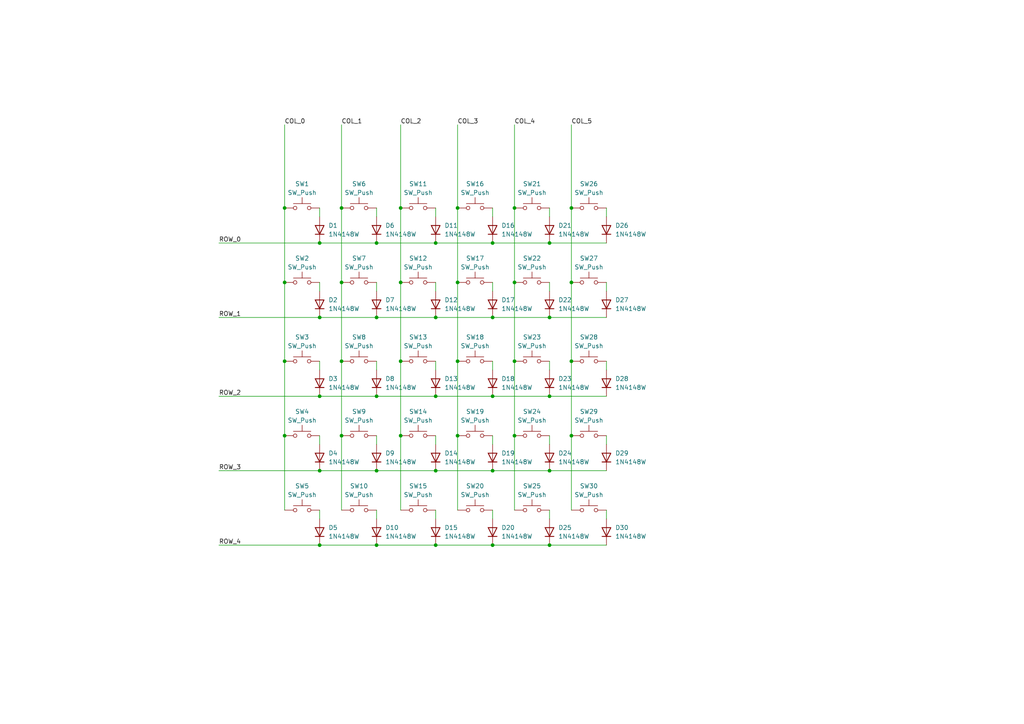
<source format=kicad_sch>
(kicad_sch (version 20211123) (generator eeschema)
  (paper "A4")
  (lib_symbols
    (symbol "Diode:1N4148W" (pin_numbers hide) (pin_names (offset 1.016) hide)
      (property "Reference" "D" (at 0 2.54 0))
      (property "Value" "1N4148W" (at 0 -2.54 0))
      (symbol "1N4148W_0_1"
        (polyline (pts (xy -1.27 1.27) (xy -1.27 -1.27)) (stroke (width 0.254)))
        (polyline (pts (xy 1.27 0) (xy -1.27 0)))
        (polyline (pts (xy 1.27 1.27) (xy 1.27 -1.27) (xy -1.27 0) (xy 1.27 1.27)) (stroke (width 0.254)))
      )
      (symbol "1N4148W_1_1"
        (pin passive line (at -3.81 0 0) (length 2.54) (name "K") (number "1"))
        (pin passive line (at 3.81 0 180) (length 2.54) (name "A") (number "2"))
      )
    )
    (symbol "Switch:SW_Push" (pin_numbers hide) (pin_names (offset 1.016) hide)
      (property "Reference" "SW" (at 1.27 2.54 0))
      (property "Value" "SW_Push" (at 0 -1.524 0))
      (symbol "SW_Push_0_1"
        (circle (center -2.032 0) (radius 0.508))
        (polyline (pts (xy 0 1.27) (xy 0 3.048)))
        (polyline (pts (xy 2.54 1.27) (xy -2.54 1.27)))
        (circle (center 2.032 0) (radius 0.508))
        (pin passive line (at -5.08 0 0) (length 2.54) (name "1") (number "1"))
        (pin passive line (at 5.08 0 180) (length 2.54) (name "2") (number "2"))
      )
    )
  )
  (junction (at 82.55 104.775))
  (junction (at 116.205 81.915))
  (junction (at 82.55 81.915))
  (junction (at 149.225 126.365))
  (junction (at 159.385 114.935))
  (junction (at 159.385 158.115))
  (junction (at 92.71 92.075))
  (junction (at 92.71 158.115))
  (junction (at 159.385 136.525))
  (junction (at 126.365 114.935))
  (junction (at 142.875 114.935))
  (junction (at 142.875 70.485))
  (junction (at 92.71 70.485))
  (junction (at 116.205 126.365))
  (junction (at 109.22 136.525))
  (junction (at 159.385 70.485))
  (junction (at 99.06 126.365))
  (junction (at 116.205 104.775))
  (junction (at 99.06 81.915))
  (junction (at 149.225 81.915))
  (junction (at 142.875 92.075))
  (junction (at 116.205 60.325))
  (junction (at 82.55 126.365))
  (junction (at 82.55 60.325))
  (junction (at 142.875 158.115))
  (junction (at 109.22 158.115))
  (junction (at 109.22 92.075))
  (junction (at 132.715 104.775))
  (junction (at 109.22 70.485))
  (junction (at 165.735 60.325))
  (junction (at 126.365 136.525))
  (junction (at 126.365 158.115))
  (junction (at 142.875 136.525))
  (junction (at 165.735 81.915))
  (junction (at 149.225 104.775))
  (junction (at 132.715 81.915))
  (junction (at 99.06 60.325))
  (junction (at 165.735 126.365))
  (junction (at 159.385 92.075))
  (junction (at 109.22 114.935))
  (junction (at 149.225 60.325))
  (junction (at 126.365 92.075))
  (junction (at 165.735 104.775))
  (junction (at 126.365 70.485))
  (junction (at 92.71 136.525))
  (junction (at 132.715 126.365))
  (junction (at 99.06 104.775))
  (junction (at 92.71 114.935))
  (junction (at 132.715 60.325))
  (wire (pts (xy 142.875 147.955) (xy 142.875 150.495)))
  (wire (pts (xy 82.55 60.325) (xy 82.55 81.915)))
  (wire (pts (xy 132.715 36.195) (xy 132.715 60.325)))
  (wire (pts (xy 109.22 158.115) (xy 126.365 158.115)))
  (wire (pts (xy 109.22 104.775) (xy 109.22 107.315)))
  (wire (pts (xy 126.365 92.075) (xy 142.875 92.075)))
  (wire (pts (xy 132.715 126.365) (xy 132.715 147.955)))
  (wire (pts (xy 126.365 81.915) (xy 126.365 84.455)))
  (wire (pts (xy 109.22 126.365) (xy 109.22 128.905)))
  (wire (pts (xy 109.22 136.525) (xy 126.365 136.525)))
  (wire (pts (xy 92.71 136.525) (xy 109.22 136.525)))
  (wire (pts (xy 116.205 104.775) (xy 116.205 126.365)))
  (wire (pts (xy 99.06 60.325) (xy 99.06 81.915)))
  (wire (pts (xy 109.22 114.935) (xy 126.365 114.935)))
  (wire (pts (xy 159.385 114.935) (xy 175.895 114.935)))
  (wire (pts (xy 92.71 114.935) (xy 109.22 114.935)))
  (wire (pts (xy 165.735 36.195) (xy 165.735 60.325)))
  (wire (pts (xy 116.205 126.365) (xy 116.205 147.955)))
  (wire (pts (xy 142.875 70.485) (xy 159.385 70.485)))
  (wire (pts (xy 175.895 126.365) (xy 175.895 128.905)))
  (wire (pts (xy 109.22 92.075) (xy 126.365 92.075)))
  (wire (pts (xy 63.5 158.115) (xy 92.71 158.115)))
  (wire (pts (xy 116.205 36.195) (xy 116.205 60.325)))
  (wire (pts (xy 159.385 147.955) (xy 159.385 150.495)))
  (wire (pts (xy 165.735 104.775) (xy 165.735 126.365)))
  (wire (pts (xy 63.5 114.935) (xy 92.71 114.935)))
  (wire (pts (xy 92.71 158.115) (xy 109.22 158.115)))
  (wire (pts (xy 132.715 104.775) (xy 132.715 126.365)))
  (wire (pts (xy 126.365 114.935) (xy 142.875 114.935)))
  (wire (pts (xy 109.22 81.915) (xy 109.22 84.455)))
  (wire (pts (xy 126.365 147.955) (xy 126.365 150.495)))
  (wire (pts (xy 92.71 126.365) (xy 92.71 128.905)))
  (wire (pts (xy 165.735 126.365) (xy 165.735 147.955)))
  (wire (pts (xy 175.895 60.325) (xy 175.895 62.865)))
  (wire (pts (xy 92.71 60.325) (xy 92.71 62.865)))
  (wire (pts (xy 92.71 147.955) (xy 92.71 150.495)))
  (wire (pts (xy 165.735 81.915) (xy 165.735 104.775)))
  (wire (pts (xy 92.71 104.775) (xy 92.71 107.315)))
  (wire (pts (xy 82.55 36.195) (xy 82.55 60.325)))
  (wire (pts (xy 126.365 126.365) (xy 126.365 128.905)))
  (wire (pts (xy 149.225 36.195) (xy 149.225 60.325)))
  (wire (pts (xy 116.205 81.915) (xy 116.205 104.775)))
  (wire (pts (xy 142.875 81.915) (xy 142.875 84.455)))
  (wire (pts (xy 82.55 104.775) (xy 82.55 126.365)))
  (wire (pts (xy 165.735 60.325) (xy 165.735 81.915)))
  (wire (pts (xy 63.5 70.485) (xy 92.71 70.485)))
  (wire (pts (xy 126.365 136.525) (xy 142.875 136.525)))
  (wire (pts (xy 126.365 70.485) (xy 142.875 70.485)))
  (wire (pts (xy 159.385 81.915) (xy 159.385 84.455)))
  (wire (pts (xy 92.71 92.075) (xy 109.22 92.075)))
  (wire (pts (xy 175.895 147.955) (xy 175.895 150.495)))
  (wire (pts (xy 142.875 104.775) (xy 142.875 107.315)))
  (wire (pts (xy 175.895 81.915) (xy 175.895 84.455)))
  (wire (pts (xy 142.875 60.325) (xy 142.875 62.865)))
  (wire (pts (xy 109.22 70.485) (xy 126.365 70.485)))
  (wire (pts (xy 142.875 92.075) (xy 159.385 92.075)))
  (wire (pts (xy 82.55 126.365) (xy 82.55 147.955)))
  (wire (pts (xy 159.385 92.075) (xy 175.895 92.075)))
  (wire (pts (xy 149.225 126.365) (xy 149.225 147.955)))
  (wire (pts (xy 99.06 126.365) (xy 99.06 147.955)))
  (wire (pts (xy 159.385 60.325) (xy 159.385 62.865)))
  (wire (pts (xy 99.06 36.195) (xy 99.06 60.325)))
  (wire (pts (xy 99.06 104.775) (xy 99.06 126.365)))
  (wire (pts (xy 109.22 60.325) (xy 109.22 62.865)))
  (wire (pts (xy 99.06 81.915) (xy 99.06 104.775)))
  (wire (pts (xy 149.225 81.915) (xy 149.225 104.775)))
  (wire (pts (xy 126.365 60.325) (xy 126.365 62.865)))
  (wire (pts (xy 159.385 104.775) (xy 159.385 107.315)))
  (wire (pts (xy 109.22 147.955) (xy 109.22 150.495)))
  (wire (pts (xy 142.875 126.365) (xy 142.875 128.905)))
  (wire (pts (xy 142.875 158.115) (xy 159.385 158.115)))
  (wire (pts (xy 63.5 136.525) (xy 92.71 136.525)))
  (wire (pts (xy 159.385 136.525) (xy 175.895 136.525)))
  (wire (pts (xy 92.71 70.485) (xy 109.22 70.485)))
  (wire (pts (xy 159.385 126.365) (xy 159.385 128.905)))
  (wire (pts (xy 126.365 158.115) (xy 142.875 158.115)))
  (wire (pts (xy 175.895 104.775) (xy 175.895 107.315)))
  (wire (pts (xy 82.55 81.915) (xy 82.55 104.775)))
  (wire (pts (xy 149.225 60.325) (xy 149.225 81.915)))
  (wire (pts (xy 159.385 70.485) (xy 175.895 70.485)))
  (wire (pts (xy 142.875 136.525) (xy 159.385 136.525)))
  (wire (pts (xy 149.225 104.775) (xy 149.225 126.365)))
  (wire (pts (xy 126.365 104.775) (xy 126.365 107.315)))
  (wire (pts (xy 142.875 114.935) (xy 159.385 114.935)))
  (wire (pts (xy 92.71 81.915) (xy 92.71 84.455)))
  (wire (pts (xy 159.385 158.115) (xy 175.895 158.115)))
  (wire (pts (xy 132.715 60.325) (xy 132.715 81.915)))
  (wire (pts (xy 63.5 92.075) (xy 92.71 92.075)))
  (wire (pts (xy 132.715 81.915) (xy 132.715 104.775)))
  (wire (pts (xy 116.205 60.325) (xy 116.205 81.915)))
  (label "ROW_3" (at 63.5 136.525 0))
  (label "COL_2" (at 116.205 36.195 0))
  (label "COL_4" (at 149.225 36.195 0))
  (label "ROW_4" (at 63.5 158.115 0))
  (label "COL_1" (at 99.06 36.195 0))
  (label "ROW_2" (at 63.5 114.935 0))
  (label "COL_5" (at 165.735 36.195 0))
  (label "COL_0" (at 82.55 36.195 0))
  (label "ROW_1" (at 63.5 92.075 0))
  (label "ROW_0" (at 63.5 70.485 0))
  (label "COL_3" (at 132.715 36.195 0))
  (symbol (lib_id "Diode:1N4148W") (at 126.365 154.305 90) (unit 1)
    (property "Reference" "D15" (at 128.905 153.0349 90) (effects (justify right)))
    (property "Value" "1N4148W" (at 128.905 155.5749 90) (effects (justify right)))
    (property "Footprint" "Diode_SMD:D_SOD-123" (effects hide))
    (property "Datasheet" "https://www.vishay.com/docs/85748/1n4148w.pdf" (effects hide))
  )
  (symbol (lib_id "Diode:1N4148W") (at 92.71 132.715 90) (unit 1)
    (property "Reference" "D4" (at 95.25 131.4449 90) (effects (justify right)))
    (property "Value" "1N4148W" (at 95.25 133.9849 90) (effects (justify right)))
    (property "Footprint" "Diode_SMD:D_SOD-123" (effects hide))
    (property "Datasheet" "https://www.vishay.com/docs/85748/1n4148w.pdf" (effects hide))
  )
  (symbol (lib_id "Switch:SW_Push") (at 121.285 60.325 0) (unit 1)
    (property "Reference" "SW11" (at 121.285 53.34 0))
    (property "Value" "SW_Push" (at 121.285 55.88 0))
  )
  (symbol (lib_id "Switch:SW_Push") (at 87.63 60.325 0) (unit 1)
    (property "Reference" "SW1" (at 87.63 53.34 0))
    (property "Value" "SW_Push" (at 87.63 55.88 0))
  )
  (symbol (lib_id "Switch:SW_Push") (at 170.815 126.365 0) (unit 1)
    (property "Reference" "SW29" (at 170.815 119.38 0))
    (property "Value" "SW_Push" (at 170.815 121.92 0))
  )
  (symbol (lib_id "Diode:1N4148W") (at 159.385 66.675 90) (unit 1)
    (property "Reference" "D21" (at 161.925 65.4049 90) (effects (justify right)))
    (property "Value" "1N4148W" (at 161.925 67.9449 90) (effects (justify right)))
    (property "Footprint" "Diode_SMD:D_SOD-123" (effects hide))
    (property "Datasheet" "https://www.vishay.com/docs/85748/1n4148w.pdf" (effects hide))
  )
  (symbol (lib_id "Switch:SW_Push") (at 170.815 147.955 0) (unit 1)
    (property "Reference" "SW30" (at 170.815 140.97 0))
    (property "Value" "SW_Push" (at 170.815 143.51 0))
  )
  (symbol (lib_id "Diode:1N4148W") (at 175.895 111.125 90) (unit 1)
    (property "Reference" "D28" (at 178.435 109.8549 90) (effects (justify right)))
    (property "Value" "1N4148W" (at 178.435 112.3949 90) (effects (justify right)))
    (property "Footprint" "Diode_SMD:D_SOD-123" (effects hide))
    (property "Datasheet" "https://www.vishay.com/docs/85748/1n4148w.pdf" (effects hide))
  )
  (symbol (lib_id "Switch:SW_Push") (at 87.63 81.915 0) (unit 1)
    (property "Reference" "SW2" (at 87.63 74.93 0))
    (property "Value" "SW_Push" (at 87.63 77.47 0))
  )
  (symbol (lib_id "Switch:SW_Push") (at 87.63 104.775 0) (unit 1)
    (property "Reference" "SW3" (at 87.63 97.79 0))
    (property "Value" "SW_Push" (at 87.63 100.33 0))
  )
  (symbol (lib_id "Switch:SW_Push") (at 137.795 147.955 0) (unit 1)
    (property "Reference" "SW20" (at 137.795 140.97 0))
    (property "Value" "SW_Push" (at 137.795 143.51 0))
  )
  (symbol (lib_id "Diode:1N4148W") (at 109.22 132.715 90) (unit 1)
    (property "Reference" "D9" (at 111.76 131.4449 90) (effects (justify right)))
    (property "Value" "1N4148W" (at 111.76 133.9849 90) (effects (justify right)))
    (property "Footprint" "Diode_SMD:D_SOD-123" (effects hide))
    (property "Datasheet" "https://www.vishay.com/docs/85748/1n4148w.pdf" (effects hide))
  )
  (symbol (lib_id "Diode:1N4148W") (at 159.385 88.265 90) (unit 1)
    (property "Reference" "D22" (at 161.925 86.9949 90) (effects (justify right)))
    (property "Value" "1N4148W" (at 161.925 89.5349 90) (effects (justify right)))
    (property "Footprint" "Diode_SMD:D_SOD-123" (effects hide))
    (property "Datasheet" "https://www.vishay.com/docs/85748/1n4148w.pdf" (effects hide))
  )
  (symbol (lib_id "Switch:SW_Push") (at 121.285 104.775 0) (unit 1)
    (property "Reference" "SW13" (at 121.285 97.79 0))
    (property "Value" "SW_Push" (at 121.285 100.33 0))
  )
  (symbol (lib_id "Diode:1N4148W") (at 92.71 111.125 90) (unit 1)
    (property "Reference" "D3" (at 95.25 109.8549 90) (effects (justify right)))
    (property "Value" "1N4148W" (at 95.25 112.3949 90) (effects (justify right)))
    (property "Footprint" "Diode_SMD:D_SOD-123" (effects hide))
    (property "Datasheet" "https://www.vishay.com/docs/85748/1n4148w.pdf" (effects hide))
  )
  (symbol (lib_id "Diode:1N4148W") (at 175.895 88.265 90) (unit 1)
    (property "Reference" "D27" (at 178.435 86.9949 90) (effects (justify right)))
    (property "Value" "1N4148W" (at 178.435 89.5349 90) (effects (justify right)))
    (property "Footprint" "Diode_SMD:D_SOD-123" (effects hide))
    (property "Datasheet" "https://www.vishay.com/docs/85748/1n4148w.pdf" (effects hide))
  )
  (symbol (lib_id "Diode:1N4148W") (at 142.875 111.125 90) (unit 1)
    (property "Reference" "D18" (at 145.415 109.8549 90) (effects (justify right)))
    (property "Value" "1N4148W" (at 145.415 112.3949 90) (effects (justify right)))
    (property "Footprint" "Diode_SMD:D_SOD-123" (effects hide))
    (property "Datasheet" "https://www.vishay.com/docs/85748/1n4148w.pdf" (effects hide))
  )
  (symbol (lib_id "Diode:1N4148W") (at 159.385 132.715 90) (unit 1)
    (property "Reference" "D24" (at 161.925 131.4449 90) (effects (justify right)))
    (property "Value" "1N4148W" (at 161.925 133.9849 90) (effects (justify right)))
    (property "Footprint" "Diode_SMD:D_SOD-123" (effects hide))
    (property "Datasheet" "https://www.vishay.com/docs/85748/1n4148w.pdf" (effects hide))
  )
  (symbol (lib_id "Diode:1N4148W") (at 126.365 111.125 90) (unit 1)
    (property "Reference" "D13" (at 128.905 109.8549 90) (effects (justify right)))
    (property "Value" "1N4148W" (at 128.905 112.3949 90) (effects (justify right)))
    (property "Footprint" "Diode_SMD:D_SOD-123" (effects hide))
    (property "Datasheet" "https://www.vishay.com/docs/85748/1n4148w.pdf" (effects hide))
  )
  (symbol (lib_id "Switch:SW_Push") (at 170.815 81.915 0) (unit 1)
    (property "Reference" "SW27" (at 170.815 74.93 0))
    (property "Value" "SW_Push" (at 170.815 77.47 0))
  )
  (symbol (lib_id "Diode:1N4148W") (at 126.365 88.265 90) (unit 1)
    (property "Reference" "D12" (at 128.905 86.9949 90) (effects (justify right)))
    (property "Value" "1N4148W" (at 128.905 89.5349 90) (effects (justify right)))
    (property "Footprint" "Diode_SMD:D_SOD-123" (effects hide))
    (property "Datasheet" "https://www.vishay.com/docs/85748/1n4148w.pdf" (effects hide))
  )
  (symbol (lib_id "Diode:1N4148W") (at 175.895 66.675 90) (unit 1)
    (property "Reference" "D26" (at 178.435 65.4049 90) (effects (justify right)))
    (property "Value" "1N4148W" (at 178.435 67.9449 90) (effects (justify right)))
    (property "Footprint" "Diode_SMD:D_SOD-123" (effects hide))
    (property "Datasheet" "https://www.vishay.com/docs/85748/1n4148w.pdf" (effects hide))
  )
  (symbol (lib_id "Diode:1N4148W") (at 92.71 154.305 90) (unit 1)
    (property "Reference" "D5" (at 95.25 153.0349 90) (effects (justify right)))
    (property "Value" "1N4148W" (at 95.25 155.5749 90) (effects (justify right)))
    (property "Footprint" "Diode_SMD:D_SOD-123" (effects hide))
    (property "Datasheet" "https://www.vishay.com/docs/85748/1n4148w.pdf" (effects hide))
  )
  (symbol (lib_id "Diode:1N4148W") (at 175.895 154.305 90) (unit 1)
    (property "Reference" "D30" (at 178.435 153.0349 90) (effects (justify right)))
    (property "Value" "1N4148W" (at 178.435 155.5749 90) (effects (justify right)))
    (property "Footprint" "Diode_SMD:D_SOD-123" (effects hide))
    (property "Datasheet" "https://www.vishay.com/docs/85748/1n4148w.pdf" (effects hide))
  )
  (symbol (lib_id "Diode:1N4148W") (at 159.385 154.305 90) (unit 1)
    (property "Reference" "D25" (at 161.925 153.0349 90) (effects (justify right)))
    (property "Value" "1N4148W" (at 161.925 155.5749 90) (effects (justify right)))
    (property "Footprint" "Diode_SMD:D_SOD-123" (effects hide))
    (property "Datasheet" "https://www.vishay.com/docs/85748/1n4148w.pdf" (effects hide))
  )
  (symbol (lib_id "Switch:SW_Push") (at 137.795 81.915 0) (unit 1)
    (property "Reference" "SW17" (at 137.795 74.93 0))
    (property "Value" "SW_Push" (at 137.795 77.47 0))
  )
  (symbol (lib_id "Switch:SW_Push") (at 170.815 60.325 0) (unit 1)
    (property "Reference" "SW26" (at 170.815 53.34 0))
    (property "Value" "SW_Push" (at 170.815 55.88 0))
  )
  (symbol (lib_id "Diode:1N4148W") (at 109.22 154.305 90) (unit 1)
    (property "Reference" "D10" (at 111.76 153.0349 90) (effects (justify right)))
    (property "Value" "1N4148W" (at 111.76 155.5749 90) (effects (justify right)))
    (property "Footprint" "Diode_SMD:D_SOD-123" (effects hide))
    (property "Datasheet" "https://www.vishay.com/docs/85748/1n4148w.pdf" (effects hide))
  )
  (symbol (lib_id "Switch:SW_Push") (at 104.14 60.325 0) (unit 1)
    (property "Reference" "SW6" (at 104.14 53.34 0))
    (property "Value" "SW_Push" (at 104.14 55.88 0))
  )
  (symbol (lib_id "Diode:1N4148W") (at 142.875 88.265 90) (unit 1)
    (property "Reference" "D17" (at 145.415 86.9949 90) (effects (justify right)))
    (property "Value" "1N4148W" (at 145.415 89.5349 90) (effects (justify right)))
    (property "Footprint" "Diode_SMD:D_SOD-123" (effects hide))
    (property "Datasheet" "https://www.vishay.com/docs/85748/1n4148w.pdf" (effects hide))
  )
  (symbol (lib_id "Switch:SW_Push") (at 154.305 104.775 0) (unit 1)
    (property "Reference" "SW23" (at 154.305 97.79 0))
    (property "Value" "SW_Push" (at 154.305 100.33 0))
  )
  (symbol (lib_id "Diode:1N4148W") (at 142.875 66.675 90) (unit 1)
    (property "Reference" "D16" (at 145.415 65.4049 90) (effects (justify right)))
    (property "Value" "1N4148W" (at 145.415 67.9449 90) (effects (justify right)))
    (property "Footprint" "Diode_SMD:D_SOD-123" (effects hide))
    (property "Datasheet" "https://www.vishay.com/docs/85748/1n4148w.pdf" (effects hide))
  )
  (symbol (lib_id "Diode:1N4148W") (at 109.22 111.125 90) (unit 1)
    (property "Reference" "D8" (at 111.76 109.8549 90) (effects (justify right)))
    (property "Value" "1N4148W" (at 111.76 112.3949 90) (effects (justify right)))
    (property "Footprint" "Diode_SMD:D_SOD-123" (effects hide))
    (property "Datasheet" "https://www.vishay.com/docs/85748/1n4148w.pdf" (effects hide))
  )
  (symbol (lib_id "Switch:SW_Push") (at 137.795 104.775 0) (unit 1)
    (property "Reference" "SW18" (at 137.795 97.79 0))
    (property "Value" "SW_Push" (at 137.795 100.33 0))
  )
  (symbol (lib_id "Switch:SW_Push") (at 104.14 81.915 0) (unit 1)
    (property "Reference" "SW7" (at 104.14 74.93 0))
    (property "Value" "SW_Push" (at 104.14 77.47 0))
  )
  (symbol (lib_id "Switch:SW_Push") (at 137.795 126.365 0) (unit 1)
    (property "Reference" "SW19" (at 137.795 119.38 0))
    (property "Value" "SW_Push" (at 137.795 121.92 0))
  )
  (symbol (lib_id "Switch:SW_Push") (at 154.305 81.915 0) (unit 1)
    (property "Reference" "SW22" (at 154.305 74.93 0))
    (property "Value" "SW_Push" (at 154.305 77.47 0))
  )
  (symbol (lib_id "Switch:SW_Push") (at 170.815 104.775 0) (unit 1)
    (property "Reference" "SW28" (at 170.815 97.79 0))
    (property "Value" "SW_Push" (at 170.815 100.33 0))
  )
  (symbol (lib_id "Switch:SW_Push") (at 154.305 147.955 0) (unit 1)
    (property "Reference" "SW25" (at 154.305 140.97 0))
    (property "Value" "SW_Push" (at 154.305 143.51 0))
  )
  (symbol (lib_id "Switch:SW_Push") (at 154.305 126.365 0) (unit 1)
    (property "Reference" "SW24" (at 154.305 119.38 0))
    (property "Value" "SW_Push" (at 154.305 121.92 0))
  )
  (symbol (lib_id "Switch:SW_Push") (at 154.305 60.325 0) (unit 1)
    (property "Reference" "SW21" (at 154.305 53.34 0))
    (property "Value" "SW_Push" (at 154.305 55.88 0))
  )
  (symbol (lib_id "Switch:SW_Push") (at 87.63 147.955 0) (unit 1)
    (property "Reference" "SW5" (at 87.63 140.97 0))
    (property "Value" "SW_Push" (at 87.63 143.51 0))
  )
  (symbol (lib_id "Diode:1N4148W") (at 126.365 132.715 90) (unit 1)
    (property "Reference" "D14" (at 128.905 131.4449 90) (effects (justify right)))
    (property "Value" "1N4148W" (at 128.905 133.9849 90) (effects (justify right)))
    (property "Footprint" "Diode_SMD:D_SOD-123" (effects hide))
    (property "Datasheet" "https://www.vishay.com/docs/85748/1n4148w.pdf" (effects hide))
  )
  (symbol (lib_id "Diode:1N4148W") (at 142.875 154.305 90) (unit 1)
    (property "Reference" "D20" (at 145.415 153.0349 90) (effects (justify right)))
    (property "Value" "1N4148W" (at 145.415 155.5749 90) (effects (justify right)))
    (property "Footprint" "Diode_SMD:D_SOD-123" (effects hide))
    (property "Datasheet" "https://www.vishay.com/docs/85748/1n4148w.pdf" (effects hide))
  )
  (symbol (lib_id "Switch:SW_Push") (at 104.14 104.775 0) (unit 1)
    (property "Reference" "SW8" (at 104.14 97.79 0))
    (property "Value" "SW_Push" (at 104.14 100.33 0))
  )
  (symbol (lib_id "Switch:SW_Push") (at 104.14 126.365 0) (unit 1)
    (property "Reference" "SW9" (at 104.14 119.38 0))
    (property "Value" "SW_Push" (at 104.14 121.92 0))
  )
  (symbol (lib_id "Switch:SW_Push") (at 121.285 126.365 0) (unit 1)
    (property "Reference" "SW14" (at 121.285 119.38 0))
    (property "Value" "SW_Push" (at 121.285 121.92 0))
  )
  (symbol (lib_id "Diode:1N4148W") (at 109.22 66.675 90) (unit 1)
    (property "Reference" "D6" (at 111.76 65.4049 90) (effects (justify right)))
    (property "Value" "1N4148W" (at 111.76 67.9449 90) (effects (justify right)))
    (property "Footprint" "Diode_SMD:D_SOD-123" (effects hide))
    (property "Datasheet" "https://www.vishay.com/docs/85748/1n4148w.pdf" (effects hide))
  )
  (symbol (lib_id "Switch:SW_Push") (at 87.63 126.365 0) (unit 1)
    (property "Reference" "SW4" (at 87.63 119.38 0))
    (property "Value" "SW_Push" (at 87.63 121.92 0))
  )
  (symbol (lib_id "Diode:1N4148W") (at 92.71 88.265 90) (unit 1)
    (property "Reference" "D2" (at 95.25 86.9949 90) (effects (justify right)))
    (property "Value" "1N4148W" (at 95.25 89.5349 90) (effects (justify right)))
    (property "Footprint" "Diode_SMD:D_SOD-123" (effects hide))
    (property "Datasheet" "https://www.vishay.com/docs/85748/1n4148w.pdf" (effects hide))
  )
  (symbol (lib_id "Diode:1N4148W") (at 142.875 132.715 90) (unit 1)
    (property "Reference" "D19" (at 145.415 131.4449 90) (effects (justify right)))
    (property "Value" "1N4148W" (at 145.415 133.9849 90) (effects (justify right)))
    (property "Footprint" "Diode_SMD:D_SOD-123" (effects hide))
    (property "Datasheet" "https://www.vishay.com/docs/85748/1n4148w.pdf" (effects hide))
  )
  (symbol (lib_id "Switch:SW_Push") (at 104.14 147.955 0) (unit 1)
    (property "Reference" "SW10" (at 104.14 140.97 0))
    (property "Value" "SW_Push" (at 104.14 143.51 0))
  )
  (symbol (lib_id "Switch:SW_Push") (at 121.285 81.915 0) (unit 1)
    (property "Reference" "SW12" (at 121.285 74.93 0))
    (property "Value" "SW_Push" (at 121.285 77.47 0))
  )
  (symbol (lib_id "Diode:1N4148W") (at 175.895 132.715 90) (unit 1)
    (property "Reference" "D29" (at 178.435 131.4449 90) (effects (justify right)))
    (property "Value" "1N4148W" (at 178.435 133.9849 90) (effects (justify right)))
    (property "Footprint" "Diode_SMD:D_SOD-123" (effects hide))
    (property "Datasheet" "https://www.vishay.com/docs/85748/1n4148w.pdf" (effects hide))
  )
  (symbol (lib_id "Diode:1N4148W") (at 92.71 66.675 90) (unit 1)
    (property "Reference" "D1" (at 95.25 65.4049 90) (effects (justify right)))
    (property "Value" "1N4148W" (at 95.25 67.9449 90) (effects (justify right)))
    (property "Footprint" "Diode_SMD:D_SOD-123" (effects hide))
    (property "Datasheet" "https://www.vishay.com/docs/85748/1n4148w.pdf" (effects hide))
  )
  (symbol (lib_id "Diode:1N4148W") (at 109.22 88.265 90) (unit 1)
    (property "Reference" "D7" (at 111.76 86.9949 90) (effects (justify right)))
    (property "Value" "1N4148W" (at 111.76 89.5349 90) (effects (justify right)))
    (property "Footprint" "Diode_SMD:D_SOD-123" (effects hide))
    (property "Datasheet" "https://www.vishay.com/docs/85748/1n4148w.pdf" (effects hide))
  )
  (symbol (lib_id "Switch:SW_Push") (at 137.795 60.325 0) (unit 1)
    (property "Reference" "SW16" (at 137.795 53.34 0))
    (property "Value" "SW_Push" (at 137.795 55.88 0))
  )
  (symbol (lib_id "Switch:SW_Push") (at 121.285 147.955 0) (unit 1)
    (property "Reference" "SW15" (at 121.285 140.97 0))
    (property "Value" "SW_Push" (at 121.285 143.51 0))
  )
  (symbol (lib_id "Diode:1N4148W") (at 126.365 66.675 90) (unit 1)
    (property "Reference" "D11" (at 128.905 65.4049 90) (effects (justify right)))
    (property "Value" "1N4148W" (at 128.905 67.9449 90) (effects (justify right)))
    (property "Footprint" "Diode_SMD:D_SOD-123" (effects hide))
    (property "Datasheet" "https://www.vishay.com/docs/85748/1n4148w.pdf" (effects hide))
  )
  (symbol (lib_id "Diode:1N4148W") (at 159.385 111.125 90) (unit 1)
    (property "Reference" "D23" (at 161.925 109.8549 90) (effects (justify right)))
    (property "Value" "1N4148W" (at 161.925 112.3949 90) (effects (justify right)))
    (property "Footprint" "Diode_SMD:D_SOD-123" (effects hide))
    (property "Datasheet" "https://www.vishay.com/docs/85748/1n4148w.pdf" (effects hide))
  )
)
</source>
